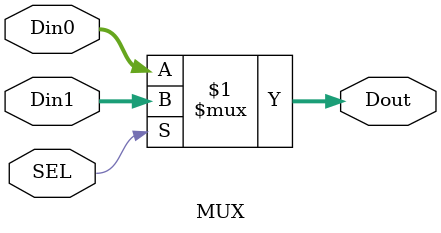
<source format=v>
`timescale 1ns / 1ps

module MUX #(parameter WL = 32) (SEL, Din0, Din1, Dout);

input SEL;
input [WL-1:0] Din0, Din1;
output [WL-1:0] Dout;

assign Dout = SEL ? Din1 : Din0;

endmodule

</source>
